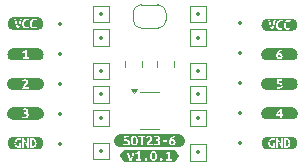
<source format=gto>
%TF.GenerationSoftware,KiCad,Pcbnew,8.0.3*%
%TF.CreationDate,2024-08-04T06:55:43+12:00*%
%TF.ProjectId,sot23-6,736f7432-332d-4362-9e6b-696361645f70,rev?*%
%TF.SameCoordinates,Original*%
%TF.FileFunction,Legend,Top*%
%TF.FilePolarity,Positive*%
%FSLAX46Y46*%
G04 Gerber Fmt 4.6, Leading zero omitted, Abs format (unit mm)*
G04 Created by KiCad (PCBNEW 8.0.3) date 2024-08-04 06:55:43*
%MOMM*%
%LPD*%
G01*
G04 APERTURE LIST*
%ADD10C,0.000000*%
%ADD11C,0.120000*%
%ADD12C,0.350000*%
G04 APERTURE END LIST*
D10*
%TO.C,kibuzzard-66AE7B99*%
G36*
X-20477580Y-20600000D02*
G01*
X-20827679Y-21125148D01*
X-21096931Y-21125148D01*
X-22011955Y-21125148D01*
X-22659451Y-21125148D01*
X-23304362Y-21125148D01*
X-23681745Y-21125148D01*
X-24670436Y-21125148D01*
X-24903069Y-21125148D01*
X-25172321Y-21125148D01*
X-25522420Y-20600000D01*
X-25384563Y-20393215D01*
X-24903069Y-20393215D01*
X-24875565Y-20483158D01*
X-24847334Y-20569467D01*
X-24818376Y-20652141D01*
X-24788691Y-20731179D01*
X-24748842Y-20829761D01*
X-24709424Y-20919584D01*
X-24670436Y-21000646D01*
X-24537318Y-21000646D01*
X-24497684Y-20919584D01*
X-24456327Y-20829761D01*
X-24413247Y-20731179D01*
X-24381018Y-20652141D01*
X-24350242Y-20569467D01*
X-24320921Y-20483158D01*
X-24293053Y-20393215D01*
X-24454604Y-20393215D01*
X-24468013Y-20443942D01*
X-24484976Y-20497900D01*
X-24504039Y-20553635D01*
X-24523748Y-20609693D01*
X-24543942Y-20665105D01*
X-24564459Y-20718901D01*
X-24601939Y-20815832D01*
X-24637480Y-20718901D01*
X-24656058Y-20665105D01*
X-24674313Y-20609693D01*
X-24691922Y-20553635D01*
X-24708562Y-20497900D01*
X-24723586Y-20443942D01*
X-24736349Y-20393215D01*
X-24903069Y-20393215D01*
X-25384563Y-20393215D01*
X-25367331Y-20367367D01*
X-24212924Y-20367367D01*
X-24161228Y-20499192D01*
X-24082391Y-20467528D01*
X-23999677Y-20421648D01*
X-23999677Y-20868821D01*
X-24167690Y-20868821D01*
X-24167690Y-21000646D01*
X-23681745Y-21000646D01*
X-23681745Y-20898546D01*
X-23420679Y-20898546D01*
X-23410985Y-20948304D01*
X-23385137Y-20984491D01*
X-23348304Y-21007108D01*
X-23304362Y-21014863D01*
X-23224233Y-20985137D01*
X-23189338Y-20898546D01*
X-23224233Y-20814540D01*
X-23304362Y-20784814D01*
X-23348304Y-20792569D01*
X-23385137Y-20814540D01*
X-23410985Y-20850081D01*
X-23420679Y-20898546D01*
X-23681745Y-20898546D01*
X-23681745Y-20868821D01*
X-23840711Y-20868821D01*
X-23840711Y-20598708D01*
X-22937318Y-20598708D01*
X-22932876Y-20697900D01*
X-22919548Y-20783522D01*
X-22897334Y-20855574D01*
X-22866236Y-20914055D01*
X-22811668Y-20971495D01*
X-22742739Y-21005959D01*
X-22659451Y-21017447D01*
X-22576162Y-21005959D01*
X-22507234Y-20971495D01*
X-22452666Y-20914055D01*
X-22444419Y-20898546D01*
X-22128271Y-20898546D01*
X-22118578Y-20948304D01*
X-22092730Y-20984491D01*
X-22055897Y-21007108D01*
X-22011955Y-21014863D01*
X-21931826Y-20985137D01*
X-21896931Y-20898546D01*
X-21931826Y-20814540D01*
X-22011955Y-20784814D01*
X-22055897Y-20792569D01*
X-22092730Y-20814540D01*
X-22118578Y-20850081D01*
X-22128271Y-20898546D01*
X-22444419Y-20898546D01*
X-22421567Y-20855574D01*
X-22399354Y-20783522D01*
X-22386026Y-20697900D01*
X-22381583Y-20598708D01*
X-22386026Y-20500121D01*
X-22399354Y-20415024D01*
X-22414138Y-20367367D01*
X-21628110Y-20367367D01*
X-21576414Y-20499192D01*
X-21497577Y-20467528D01*
X-21414863Y-20421648D01*
X-21414863Y-20868821D01*
X-21582876Y-20868821D01*
X-21582876Y-21000646D01*
X-21096931Y-21000646D01*
X-21096931Y-20868821D01*
X-21255897Y-20868821D01*
X-21255897Y-20200646D01*
X-21364459Y-20200646D01*
X-21420032Y-20251050D01*
X-21488530Y-20297577D01*
X-21560905Y-20337641D01*
X-21628110Y-20367367D01*
X-22414138Y-20367367D01*
X-22421567Y-20343417D01*
X-22452666Y-20285299D01*
X-22507234Y-20228218D01*
X-22576162Y-20193969D01*
X-22659451Y-20182553D01*
X-22741447Y-20194041D01*
X-22809944Y-20228505D01*
X-22864943Y-20285945D01*
X-22896607Y-20344265D01*
X-22919225Y-20415832D01*
X-22932795Y-20500646D01*
X-22937318Y-20598708D01*
X-23840711Y-20598708D01*
X-23840711Y-20200646D01*
X-23949273Y-20200646D01*
X-24004847Y-20251050D01*
X-24073344Y-20297577D01*
X-24145719Y-20337641D01*
X-24212924Y-20367367D01*
X-25367331Y-20367367D01*
X-25172321Y-20074852D01*
X-24903069Y-20074852D01*
X-21096931Y-20074852D01*
X-20827679Y-20074852D01*
X-20477580Y-20600000D01*
G37*
G36*
X-22601454Y-20336187D02*
G01*
X-22559289Y-20389984D01*
X-22540262Y-20445055D01*
X-22528846Y-20514629D01*
X-22525040Y-20598708D01*
X-22528846Y-20683504D01*
X-22540262Y-20753509D01*
X-22559289Y-20808724D01*
X-22601454Y-20862520D01*
X-22658158Y-20880053D01*
X-22659451Y-20880452D01*
X-22716640Y-20862520D01*
X-22758966Y-20808724D01*
X-22778352Y-20753509D01*
X-22789984Y-20683504D01*
X-22793861Y-20598708D01*
X-22793265Y-20585784D01*
X-22730533Y-20585784D01*
X-22711147Y-20645880D01*
X-22658158Y-20671082D01*
X-22607108Y-20645880D01*
X-22587076Y-20585784D01*
X-22607108Y-20525040D01*
X-22658158Y-20499192D01*
X-22711147Y-20525040D01*
X-22730533Y-20585784D01*
X-22793265Y-20585784D01*
X-22789984Y-20514629D01*
X-22778352Y-20445055D01*
X-22758966Y-20389984D01*
X-22716640Y-20336187D01*
X-22659451Y-20318255D01*
X-22601454Y-20336187D01*
G37*
D11*
%TO.C,TP105*%
X-27800000Y-12700000D02*
X-26400000Y-12700000D01*
X-27800000Y-14100000D02*
X-27800000Y-12700000D01*
X-26400000Y-12700000D02*
X-26400000Y-14100000D01*
X-26400000Y-14100000D02*
X-27800000Y-14100000D01*
%TO.C,C101*%
X-25095000Y-12538748D02*
X-25095000Y-13061252D01*
X-23625000Y-12538748D02*
X-23625000Y-13061252D01*
D10*
%TO.C,kibuzzard-66A68BCE*%
G36*
X-32815024Y-19252504D02*
G01*
X-32762036Y-19312601D01*
X-32734895Y-19399192D01*
X-32727141Y-19500000D01*
X-32729564Y-19557027D01*
X-32736834Y-19609208D01*
X-32769144Y-19695153D01*
X-32828595Y-19752019D01*
X-32919709Y-19772698D01*
X-32933926Y-19772698D01*
X-32948142Y-19771405D01*
X-32948142Y-19233764D01*
X-32924879Y-19230533D01*
X-32901616Y-19229887D01*
X-32815024Y-19252504D01*
G37*
G36*
X-32409288Y-18984942D02*
G01*
X-32310774Y-19014826D01*
X-32219983Y-19063355D01*
X-32140404Y-19128664D01*
X-32075095Y-19208243D01*
X-32026566Y-19299035D01*
X-31996682Y-19397549D01*
X-31986591Y-19500000D01*
X-31996682Y-19602451D01*
X-32026566Y-19700965D01*
X-32075095Y-19791757D01*
X-32140404Y-19871336D01*
X-32219983Y-19936645D01*
X-32310774Y-19985174D01*
X-32409288Y-20015058D01*
X-32511739Y-20025148D01*
X-32565590Y-20025148D01*
X-32936511Y-20025148D01*
X-33364297Y-20025148D01*
X-34107431Y-20025148D01*
X-34434410Y-20025148D01*
X-34488261Y-20025148D01*
X-34590712Y-20015058D01*
X-34689226Y-19985174D01*
X-34780017Y-19936645D01*
X-34859596Y-19871336D01*
X-34924905Y-19791757D01*
X-34973434Y-19700965D01*
X-35003318Y-19602451D01*
X-35013409Y-19500000D01*
X-34434410Y-19500000D01*
X-34428595Y-19597092D01*
X-34411147Y-19681583D01*
X-34383037Y-19753312D01*
X-34345234Y-19812116D01*
X-34298223Y-19857997D01*
X-34242488Y-19890953D01*
X-34178675Y-19910824D01*
X-34107431Y-19917447D01*
X-34028433Y-19914216D01*
X-33962036Y-19904523D01*
X-33947282Y-19900646D01*
X-33763651Y-19900646D01*
X-33620194Y-19900646D01*
X-33620194Y-19369467D01*
X-33572159Y-19458140D01*
X-33526279Y-19546670D01*
X-33482553Y-19635057D01*
X-33440980Y-19723443D01*
X-33401562Y-19811973D01*
X-33364297Y-19900646D01*
X-33236349Y-19900646D01*
X-33236349Y-19110985D01*
X-33107108Y-19110985D01*
X-33107108Y-19891599D01*
X-33019871Y-19906462D01*
X-32936511Y-19910985D01*
X-32858481Y-19905331D01*
X-32787237Y-19888368D01*
X-32724071Y-19859128D01*
X-32670275Y-19816640D01*
X-32626494Y-19760258D01*
X-32593376Y-19689338D01*
X-32572536Y-19602908D01*
X-32565590Y-19500000D01*
X-32571890Y-19399354D01*
X-32590792Y-19314540D01*
X-32621002Y-19244426D01*
X-32661228Y-19187884D01*
X-32711470Y-19144750D01*
X-32771729Y-19114863D01*
X-32840388Y-19097415D01*
X-32915832Y-19091599D01*
X-33005008Y-19095477D01*
X-33107108Y-19110985D01*
X-33236349Y-19110985D01*
X-33236349Y-19100646D01*
X-33379806Y-19100646D01*
X-33379806Y-19593053D01*
X-33402585Y-19542649D01*
X-33429564Y-19484491D01*
X-33459935Y-19421486D01*
X-33492892Y-19356543D01*
X-33527625Y-19290468D01*
X-33563328Y-19224071D01*
X-33599515Y-19159935D01*
X-33635703Y-19100646D01*
X-33763651Y-19100646D01*
X-33763651Y-19900646D01*
X-33947282Y-19900646D01*
X-33873506Y-19881260D01*
X-33873506Y-19481906D01*
X-34032472Y-19481906D01*
X-34032472Y-19773990D01*
X-34063489Y-19777868D01*
X-34094507Y-19779160D01*
X-34171729Y-19762197D01*
X-34227625Y-19711309D01*
X-34252755Y-19657674D01*
X-34267833Y-19587237D01*
X-34272859Y-19500000D01*
X-34270113Y-19440711D01*
X-34261874Y-19386914D01*
X-34225687Y-19299031D01*
X-34161712Y-19241519D01*
X-34066074Y-19220840D01*
X-33980775Y-19235057D01*
X-33910985Y-19267367D01*
X-33869628Y-19140711D01*
X-33896123Y-19125202D01*
X-33940711Y-19105816D01*
X-34004685Y-19089661D01*
X-34088045Y-19082553D01*
X-34158158Y-19089176D01*
X-34223748Y-19109047D01*
X-34282876Y-19142165D01*
X-34333603Y-19188530D01*
X-34375283Y-19247819D01*
X-34407270Y-19319709D01*
X-34427625Y-19403877D01*
X-34434410Y-19500000D01*
X-35013409Y-19500000D01*
X-35003318Y-19397549D01*
X-34973434Y-19299035D01*
X-34924905Y-19208243D01*
X-34859596Y-19128664D01*
X-34780017Y-19063355D01*
X-34689226Y-19014826D01*
X-34590712Y-18984942D01*
X-34488261Y-18974852D01*
X-34434410Y-18974852D01*
X-32565590Y-18974852D01*
X-32511739Y-18974852D01*
X-32409288Y-18984942D01*
G37*
D11*
%TO.C,TP102*%
X-27800000Y-9900000D02*
X-26400000Y-9900000D01*
X-27800000Y-11300000D02*
X-27800000Y-9900000D01*
X-26400000Y-9900000D02*
X-26400000Y-11300000D01*
X-26400000Y-11300000D02*
X-27800000Y-11300000D01*
%TO.C,TP103*%
X-19600000Y-9900000D02*
X-18200000Y-9900000D01*
X-19600000Y-11300000D02*
X-19600000Y-9900000D01*
X-18200000Y-9900000D02*
X-18200000Y-11300000D01*
X-18200000Y-11300000D02*
X-19600000Y-11300000D01*
%TO.C,TP104*%
X-19600000Y-7900000D02*
X-18200000Y-7900000D01*
X-19600000Y-9300000D02*
X-19600000Y-7900000D01*
X-18200000Y-7900000D02*
X-18200000Y-9300000D01*
X-18200000Y-9300000D02*
X-19600000Y-9300000D01*
%TO.C,TP107*%
X-27800000Y-16700000D02*
X-26400000Y-16700000D01*
X-27800000Y-18100000D02*
X-27800000Y-16700000D01*
X-26400000Y-16700000D02*
X-26400000Y-18100000D01*
X-26400000Y-18100000D02*
X-27800000Y-18100000D01*
%TO.C,U101*%
X-23000000Y-15190000D02*
X-23800000Y-15190000D01*
X-23000000Y-15190000D02*
X-22200000Y-15190000D01*
X-23000000Y-18310000D02*
X-23800000Y-18310000D01*
X-23000000Y-18310000D02*
X-22200000Y-18310000D01*
X-24300000Y-15240000D02*
X-24540000Y-14910000D01*
X-24060000Y-14910000D01*
X-24300000Y-15240000D01*
G36*
X-24300000Y-15240000D02*
G01*
X-24540000Y-14910000D01*
X-24060000Y-14910000D01*
X-24300000Y-15240000D01*
G37*
%TO.C,TP108*%
X-19600000Y-16700000D02*
X-18200000Y-16700000D01*
X-19600000Y-18100000D02*
X-19600000Y-16700000D01*
X-18200000Y-16700000D02*
X-18200000Y-18100000D01*
X-18200000Y-18100000D02*
X-19600000Y-18100000D01*
D10*
%TO.C,kibuzzard-66A68B20*%
G36*
X-32402826Y-8884942D02*
G01*
X-32304312Y-8914826D01*
X-32213521Y-8963355D01*
X-32133942Y-9028664D01*
X-32068633Y-9108243D01*
X-32020104Y-9199035D01*
X-31990220Y-9297549D01*
X-31980129Y-9400000D01*
X-31990220Y-9502451D01*
X-32020104Y-9600965D01*
X-32068633Y-9691757D01*
X-32133942Y-9771336D01*
X-32213521Y-9836645D01*
X-32304312Y-9885174D01*
X-32402826Y-9915058D01*
X-32505277Y-9925148D01*
X-32559128Y-9925148D01*
X-32782714Y-9925148D01*
X-33428918Y-9925148D01*
X-34217286Y-9925148D01*
X-34440872Y-9925148D01*
X-34494723Y-9925148D01*
X-34597174Y-9915058D01*
X-34695688Y-9885174D01*
X-34786479Y-9836645D01*
X-34866058Y-9771336D01*
X-34931367Y-9691757D01*
X-34979896Y-9600965D01*
X-35009780Y-9502451D01*
X-35019871Y-9400000D01*
X-35009780Y-9297549D01*
X-34979896Y-9199035D01*
X-34931367Y-9108243D01*
X-34866058Y-9028664D01*
X-34831918Y-9000646D01*
X-34440872Y-9000646D01*
X-34426010Y-9073021D01*
X-34404685Y-9163489D01*
X-34387596Y-9231197D01*
X-34369072Y-9301633D01*
X-34349111Y-9374798D01*
X-34328002Y-9449399D01*
X-34306031Y-9524143D01*
X-34283199Y-9599031D01*
X-34249273Y-9705654D01*
X-34217286Y-9800646D01*
X-34053150Y-9800646D01*
X-34028451Y-9731790D01*
X-34004326Y-9661353D01*
X-33980775Y-9589338D01*
X-33958158Y-9516963D01*
X-33936834Y-9445450D01*
X-33923947Y-9400000D01*
X-33776575Y-9400000D01*
X-33771002Y-9494426D01*
X-33754281Y-9577383D01*
X-33726414Y-9648869D01*
X-33687399Y-9708885D01*
X-33619045Y-9769198D01*
X-33532885Y-9805385D01*
X-33428918Y-9817447D01*
X-33358320Y-9813086D01*
X-33296446Y-9800000D01*
X-33205331Y-9761874D01*
X-33245396Y-9636511D01*
X-33310662Y-9664943D01*
X-33413409Y-9679160D01*
X-33505654Y-9660905D01*
X-33567851Y-9606139D01*
X-33594059Y-9550350D01*
X-33609783Y-9480345D01*
X-33614783Y-9400000D01*
X-33130372Y-9400000D01*
X-33124798Y-9494426D01*
X-33108078Y-9577383D01*
X-33080210Y-9648869D01*
X-33041195Y-9708885D01*
X-32972841Y-9769198D01*
X-32886681Y-9805385D01*
X-32782714Y-9817447D01*
X-32712116Y-9813086D01*
X-32650242Y-9800000D01*
X-32559128Y-9761874D01*
X-32599192Y-9636511D01*
X-32664459Y-9664943D01*
X-32767205Y-9679160D01*
X-32859451Y-9660905D01*
X-32921648Y-9606139D01*
X-32947855Y-9550350D01*
X-32963579Y-9480345D01*
X-32968821Y-9396123D01*
X-32964459Y-9323748D01*
X-32951373Y-9264297D01*
X-32906139Y-9179645D01*
X-32842811Y-9134410D01*
X-32769790Y-9120840D01*
X-32673506Y-9134410D01*
X-32601777Y-9167367D01*
X-32560420Y-9040711D01*
X-32586914Y-9025202D01*
X-32630210Y-9005816D01*
X-32690307Y-8989661D01*
X-32767205Y-8982553D01*
X-32842973Y-8989499D01*
X-32912601Y-9010339D01*
X-32974636Y-9044588D01*
X-33027625Y-9091761D01*
X-33070759Y-9151373D01*
X-33103231Y-9222940D01*
X-33123586Y-9305977D01*
X-33130372Y-9400000D01*
X-33614783Y-9400000D01*
X-33615024Y-9396123D01*
X-33610662Y-9323748D01*
X-33597577Y-9264297D01*
X-33552342Y-9179645D01*
X-33489015Y-9134410D01*
X-33415994Y-9120840D01*
X-33319709Y-9134410D01*
X-33247981Y-9167367D01*
X-33206624Y-9040711D01*
X-33233118Y-9025202D01*
X-33276414Y-9005816D01*
X-33336510Y-8989661D01*
X-33413409Y-8982553D01*
X-33489176Y-8989499D01*
X-33558805Y-9010339D01*
X-33620840Y-9044588D01*
X-33673829Y-9091761D01*
X-33716963Y-9151373D01*
X-33749435Y-9222940D01*
X-33769790Y-9305977D01*
X-33776575Y-9400000D01*
X-33923947Y-9400000D01*
X-33916801Y-9374798D01*
X-33889338Y-9271890D01*
X-33865105Y-9173829D01*
X-33844265Y-9082714D01*
X-33826979Y-9000646D01*
X-33993700Y-9000646D01*
X-34005331Y-9067851D01*
X-34019548Y-9145396D01*
X-34035703Y-9229241D01*
X-34053150Y-9315347D01*
X-34071890Y-9401939D01*
X-34091922Y-9487237D01*
X-34112601Y-9567205D01*
X-34133279Y-9637803D01*
X-34154120Y-9566236D01*
X-34175283Y-9485945D01*
X-34195961Y-9400646D01*
X-34215347Y-9314055D01*
X-34233279Y-9228110D01*
X-34249596Y-9144750D01*
X-34263166Y-9067690D01*
X-34272859Y-9000646D01*
X-34440872Y-9000646D01*
X-34831918Y-9000646D01*
X-34786479Y-8963355D01*
X-34695688Y-8914826D01*
X-34597174Y-8884942D01*
X-34494723Y-8874852D01*
X-34440872Y-8874852D01*
X-32559128Y-8874852D01*
X-32505277Y-8874852D01*
X-32402826Y-8884942D01*
G37*
D11*
%TO.C,TP110*%
X-19600000Y-12700000D02*
X-18200000Y-12700000D01*
X-19600000Y-14100000D02*
X-19600000Y-12700000D01*
X-18200000Y-12700000D02*
X-18200000Y-14100000D01*
X-18200000Y-14100000D02*
X-19600000Y-14100000D01*
D10*
%TO.C,kibuzzard-66A68C60*%
G36*
X-10879174Y-13993816D02*
G01*
X-10782357Y-14023185D01*
X-10693130Y-14070878D01*
X-10614921Y-14135061D01*
X-10550738Y-14213270D01*
X-10503045Y-14302497D01*
X-10473676Y-14399314D01*
X-10463759Y-14500000D01*
X-10473676Y-14600686D01*
X-10503045Y-14697503D01*
X-10550738Y-14786730D01*
X-10614921Y-14864939D01*
X-10693130Y-14929122D01*
X-10782357Y-14976815D01*
X-10879174Y-15006184D01*
X-10979860Y-15016101D01*
X-11733764Y-15016101D01*
X-12050404Y-15016101D01*
X-12266236Y-15016101D01*
X-13020140Y-15016101D01*
X-13120826Y-15006184D01*
X-13217643Y-14976815D01*
X-13306870Y-14929122D01*
X-13382514Y-14867044D01*
X-12266236Y-14867044D01*
X-12229402Y-14881260D01*
X-12175767Y-14894830D01*
X-12113732Y-14904523D01*
X-12050404Y-14908401D01*
X-11976414Y-14903554D01*
X-11912116Y-14889015D01*
X-11857512Y-14865751D01*
X-11812601Y-14834733D01*
X-11753150Y-14752666D01*
X-11733764Y-14649919D01*
X-11742524Y-14574960D01*
X-11768803Y-14512062D01*
X-11812601Y-14461228D01*
X-11874206Y-14422743D01*
X-11953904Y-14396895D01*
X-12051696Y-14383683D01*
X-12045234Y-14310016D01*
X-12038772Y-14223425D01*
X-11763489Y-14223425D01*
X-11763489Y-14091599D01*
X-12171890Y-14091599D01*
X-12176737Y-14190307D01*
X-12183522Y-14292569D01*
X-12192569Y-14397738D01*
X-12204200Y-14505170D01*
X-12115347Y-14507916D01*
X-12045234Y-14516155D01*
X-11951535Y-14547173D01*
X-11907593Y-14594992D01*
X-11896607Y-14656381D01*
X-11903069Y-14699031D01*
X-11926979Y-14735864D01*
X-11974798Y-14762359D01*
X-12051696Y-14772698D01*
X-12112116Y-14769790D01*
X-12161551Y-14761066D01*
X-12233926Y-14735218D01*
X-12266236Y-14867044D01*
X-13382514Y-14867044D01*
X-13385079Y-14864939D01*
X-13449262Y-14786730D01*
X-13496955Y-14697503D01*
X-13526324Y-14600686D01*
X-13536241Y-14500000D01*
X-13526324Y-14399314D01*
X-13496955Y-14302497D01*
X-13449262Y-14213270D01*
X-13385079Y-14135061D01*
X-13306870Y-14070878D01*
X-13217643Y-14023185D01*
X-13120826Y-13993816D01*
X-13020140Y-13983899D01*
X-12266236Y-13983899D01*
X-11733764Y-13983899D01*
X-10979860Y-13983899D01*
X-10879174Y-13993816D01*
G37*
%TO.C,kibuzzard-66A68B20*%
G36*
X-10902826Y-8984942D02*
G01*
X-10804312Y-9014826D01*
X-10713521Y-9063355D01*
X-10633942Y-9128664D01*
X-10568633Y-9208243D01*
X-10520104Y-9299035D01*
X-10490220Y-9397549D01*
X-10480129Y-9500000D01*
X-10490220Y-9602451D01*
X-10520104Y-9700965D01*
X-10568633Y-9791757D01*
X-10633942Y-9871336D01*
X-10713521Y-9936645D01*
X-10804312Y-9985174D01*
X-10902826Y-10015058D01*
X-11005277Y-10025148D01*
X-11059128Y-10025148D01*
X-11282714Y-10025148D01*
X-11928918Y-10025148D01*
X-12717286Y-10025148D01*
X-12940872Y-10025148D01*
X-12994723Y-10025148D01*
X-13097174Y-10015058D01*
X-13195688Y-9985174D01*
X-13286479Y-9936645D01*
X-13366058Y-9871336D01*
X-13431367Y-9791757D01*
X-13479896Y-9700965D01*
X-13509780Y-9602451D01*
X-13519871Y-9500000D01*
X-13509780Y-9397549D01*
X-13479896Y-9299035D01*
X-13431367Y-9208243D01*
X-13366058Y-9128664D01*
X-13331918Y-9100646D01*
X-12940872Y-9100646D01*
X-12926010Y-9173021D01*
X-12904685Y-9263489D01*
X-12887596Y-9331197D01*
X-12869072Y-9401633D01*
X-12849111Y-9474798D01*
X-12828002Y-9549399D01*
X-12806031Y-9624143D01*
X-12783199Y-9699031D01*
X-12749273Y-9805654D01*
X-12717286Y-9900646D01*
X-12553150Y-9900646D01*
X-12528451Y-9831790D01*
X-12504326Y-9761353D01*
X-12480775Y-9689338D01*
X-12458158Y-9616963D01*
X-12436834Y-9545450D01*
X-12423947Y-9500000D01*
X-12276575Y-9500000D01*
X-12271002Y-9594426D01*
X-12254281Y-9677383D01*
X-12226414Y-9748869D01*
X-12187399Y-9808885D01*
X-12119045Y-9869198D01*
X-12032885Y-9905385D01*
X-11928918Y-9917447D01*
X-11858320Y-9913086D01*
X-11796446Y-9900000D01*
X-11705331Y-9861874D01*
X-11745396Y-9736511D01*
X-11810662Y-9764943D01*
X-11913409Y-9779160D01*
X-12005654Y-9760905D01*
X-12067851Y-9706139D01*
X-12094059Y-9650350D01*
X-12109783Y-9580345D01*
X-12114783Y-9500000D01*
X-11630372Y-9500000D01*
X-11624798Y-9594426D01*
X-11608078Y-9677383D01*
X-11580210Y-9748869D01*
X-11541195Y-9808885D01*
X-11472841Y-9869198D01*
X-11386681Y-9905385D01*
X-11282714Y-9917447D01*
X-11212116Y-9913086D01*
X-11150242Y-9900000D01*
X-11059128Y-9861874D01*
X-11099192Y-9736511D01*
X-11164459Y-9764943D01*
X-11267205Y-9779160D01*
X-11359451Y-9760905D01*
X-11421648Y-9706139D01*
X-11447855Y-9650350D01*
X-11463579Y-9580345D01*
X-11468821Y-9496123D01*
X-11464459Y-9423748D01*
X-11451373Y-9364297D01*
X-11406139Y-9279645D01*
X-11342811Y-9234410D01*
X-11269790Y-9220840D01*
X-11173506Y-9234410D01*
X-11101777Y-9267367D01*
X-11060420Y-9140711D01*
X-11086914Y-9125202D01*
X-11130210Y-9105816D01*
X-11190307Y-9089661D01*
X-11267205Y-9082553D01*
X-11342973Y-9089499D01*
X-11412601Y-9110339D01*
X-11474636Y-9144588D01*
X-11527625Y-9191761D01*
X-11570759Y-9251373D01*
X-11603231Y-9322940D01*
X-11623586Y-9405977D01*
X-11630372Y-9500000D01*
X-12114783Y-9500000D01*
X-12115024Y-9496123D01*
X-12110662Y-9423748D01*
X-12097577Y-9364297D01*
X-12052342Y-9279645D01*
X-11989015Y-9234410D01*
X-11915994Y-9220840D01*
X-11819709Y-9234410D01*
X-11747981Y-9267367D01*
X-11706624Y-9140711D01*
X-11733118Y-9125202D01*
X-11776414Y-9105816D01*
X-11836510Y-9089661D01*
X-11913409Y-9082553D01*
X-11989176Y-9089499D01*
X-12058805Y-9110339D01*
X-12120840Y-9144588D01*
X-12173829Y-9191761D01*
X-12216963Y-9251373D01*
X-12249435Y-9322940D01*
X-12269790Y-9405977D01*
X-12276575Y-9500000D01*
X-12423947Y-9500000D01*
X-12416801Y-9474798D01*
X-12389338Y-9371890D01*
X-12365105Y-9273829D01*
X-12344265Y-9182714D01*
X-12326979Y-9100646D01*
X-12493700Y-9100646D01*
X-12505331Y-9167851D01*
X-12519548Y-9245396D01*
X-12535703Y-9329241D01*
X-12553150Y-9415347D01*
X-12571890Y-9501939D01*
X-12591922Y-9587237D01*
X-12612601Y-9667205D01*
X-12633279Y-9737803D01*
X-12654120Y-9666236D01*
X-12675283Y-9585945D01*
X-12695961Y-9500646D01*
X-12715347Y-9414055D01*
X-12733279Y-9328110D01*
X-12749596Y-9244750D01*
X-12763166Y-9167690D01*
X-12772859Y-9100646D01*
X-12940872Y-9100646D01*
X-13331918Y-9100646D01*
X-13286479Y-9063355D01*
X-13195688Y-9014826D01*
X-13097174Y-8984942D01*
X-12994723Y-8974852D01*
X-12940872Y-8974852D01*
X-11059128Y-8974852D01*
X-11005277Y-8974852D01*
X-10902826Y-8984942D01*
G37*
D11*
%TO.C,TP111*%
X-27800000Y-19500000D02*
X-26400000Y-19500000D01*
X-27800000Y-20900000D02*
X-27800000Y-19500000D01*
X-26400000Y-19500000D02*
X-26400000Y-20900000D01*
X-26400000Y-20900000D02*
X-27800000Y-20900000D01*
%TO.C,TP109*%
X-19600000Y-14700000D02*
X-18200000Y-14700000D01*
X-19600000Y-16100000D02*
X-19600000Y-14700000D01*
X-18200000Y-14700000D02*
X-18200000Y-16100000D01*
X-18200000Y-16100000D02*
X-19600000Y-16100000D01*
D10*
%TO.C,kibuzzard-66A68C2F*%
G36*
X-32381459Y-11502055D02*
G01*
X-32286218Y-11530946D01*
X-32198443Y-11577862D01*
X-32121508Y-11641001D01*
X-32058369Y-11717937D01*
X-32011452Y-11805711D01*
X-31982561Y-11900953D01*
X-31972806Y-12000000D01*
X-31982561Y-12099047D01*
X-32011452Y-12194289D01*
X-32058369Y-12282063D01*
X-32121508Y-12358999D01*
X-32198443Y-12422138D01*
X-32286218Y-12469054D01*
X-32381459Y-12497945D01*
X-32480506Y-12507701D01*
X-33234410Y-12507701D01*
X-33765590Y-12507701D01*
X-34519494Y-12507701D01*
X-34618541Y-12497945D01*
X-34713782Y-12469054D01*
X-34801557Y-12422138D01*
X-34878492Y-12358999D01*
X-34941631Y-12282063D01*
X-34988548Y-12194289D01*
X-35017439Y-12099047D01*
X-35027194Y-12000000D01*
X-35017439Y-11900953D01*
X-34988548Y-11805711D01*
X-34967707Y-11766721D01*
X-33765590Y-11766721D01*
X-33713893Y-11898546D01*
X-33635057Y-11866882D01*
X-33552342Y-11821002D01*
X-33552342Y-12268174D01*
X-33720355Y-12268174D01*
X-33720355Y-12400000D01*
X-33234410Y-12400000D01*
X-33234410Y-12268174D01*
X-33393376Y-12268174D01*
X-33393376Y-11600000D01*
X-33501939Y-11600000D01*
X-33557512Y-11650404D01*
X-33626010Y-11696931D01*
X-33698384Y-11736995D01*
X-33765590Y-11766721D01*
X-34967707Y-11766721D01*
X-34941631Y-11717937D01*
X-34878492Y-11641001D01*
X-34801557Y-11577862D01*
X-34713782Y-11530946D01*
X-34618541Y-11502055D01*
X-34519494Y-11492299D01*
X-33765590Y-11492299D01*
X-33234410Y-11492299D01*
X-32480506Y-11492299D01*
X-32381459Y-11502055D01*
G37*
%TO.C,kibuzzard-66A68C47*%
G36*
X-32378701Y-16484942D02*
G01*
X-32280187Y-16514826D01*
X-32189396Y-16563355D01*
X-32109817Y-16628664D01*
X-32044508Y-16708243D01*
X-31995979Y-16799035D01*
X-31966095Y-16897549D01*
X-31956004Y-17000000D01*
X-31966095Y-17102451D01*
X-31995979Y-17200965D01*
X-32044508Y-17291757D01*
X-32109817Y-17371336D01*
X-32189396Y-17436645D01*
X-32280187Y-17485174D01*
X-32378701Y-17515058D01*
X-32481152Y-17525148D01*
X-33235057Y-17525148D01*
X-33542649Y-17525148D01*
X-33764943Y-17525148D01*
X-34518848Y-17525148D01*
X-34621299Y-17515058D01*
X-34719813Y-17485174D01*
X-34810604Y-17436645D01*
X-34887539Y-17373506D01*
X-33764943Y-17373506D01*
X-33724879Y-17387722D01*
X-33668659Y-17401939D01*
X-33605331Y-17412924D01*
X-33542649Y-17417447D01*
X-33468013Y-17412763D01*
X-33404362Y-17398708D01*
X-33351373Y-17376090D01*
X-33308724Y-17345719D01*
X-33253150Y-17264943D01*
X-33235057Y-17162843D01*
X-33243619Y-17097900D01*
X-33269305Y-17042649D01*
X-33310501Y-16998384D01*
X-33365590Y-16966397D01*
X-33293215Y-16899192D01*
X-33266074Y-16807431D01*
X-33281583Y-16718255D01*
X-33329402Y-16646527D01*
X-33411470Y-16599354D01*
X-33465590Y-16586753D01*
X-33528433Y-16582553D01*
X-33597092Y-16588530D01*
X-33658320Y-16606462D01*
X-33750727Y-16653635D01*
X-33693861Y-16769952D01*
X-33616963Y-16733118D01*
X-33527141Y-16718255D01*
X-33454120Y-16743457D01*
X-33427625Y-16812601D01*
X-33439903Y-16861712D01*
X-33471567Y-16892730D01*
X-33515509Y-16909532D01*
X-33564620Y-16914701D01*
X-33624071Y-16914701D01*
X-33624071Y-17046527D01*
X-33574960Y-17046527D01*
X-33504200Y-17052827D01*
X-33447011Y-17071729D01*
X-33409208Y-17106462D01*
X-33396607Y-17160258D01*
X-33429564Y-17246850D01*
X-33474637Y-17273021D01*
X-33543942Y-17281745D01*
X-33605170Y-17278191D01*
X-33657027Y-17267528D01*
X-33733926Y-17240388D01*
X-33764943Y-17373506D01*
X-34887539Y-17373506D01*
X-34890183Y-17371336D01*
X-34955492Y-17291757D01*
X-35004021Y-17200965D01*
X-35033905Y-17102451D01*
X-35043996Y-17000000D01*
X-35033905Y-16897549D01*
X-35004021Y-16799035D01*
X-34955492Y-16708243D01*
X-34890183Y-16628664D01*
X-34810604Y-16563355D01*
X-34719813Y-16514826D01*
X-34621299Y-16484942D01*
X-34518848Y-16474852D01*
X-33764943Y-16474852D01*
X-33235057Y-16474852D01*
X-32481152Y-16474852D01*
X-32378701Y-16484942D01*
G37*
%TO.C,kibuzzard-66A68C65*%
G36*
X-11955089Y-12022456D02*
G01*
X-11917932Y-12047173D01*
X-11890792Y-12140872D01*
X-11896607Y-12186107D01*
X-11914701Y-12228756D01*
X-11946365Y-12261066D01*
X-11992892Y-12273990D01*
X-12049111Y-12257835D01*
X-12084653Y-12214540D01*
X-12102746Y-12153150D01*
X-12107916Y-12081422D01*
X-12107270Y-12056866D01*
X-12105331Y-12033603D01*
X-12062682Y-12019386D01*
X-12012278Y-12014216D01*
X-11955089Y-12022456D01*
G37*
G36*
X-10880608Y-11491280D02*
G01*
X-10783306Y-11520797D01*
X-10693632Y-11568728D01*
X-10615032Y-11633234D01*
X-10550527Y-11711833D01*
X-10502595Y-11801507D01*
X-10473079Y-11898809D01*
X-10463113Y-12000000D01*
X-10473079Y-12101191D01*
X-10502595Y-12198493D01*
X-10550527Y-12288167D01*
X-10615032Y-12366766D01*
X-10693632Y-12431272D01*
X-10783306Y-12479203D01*
X-10880608Y-12508720D01*
X-10981799Y-12518686D01*
X-11735703Y-12518686D01*
X-11989015Y-12518686D01*
X-12264297Y-12518686D01*
X-13018201Y-12518686D01*
X-13119392Y-12508720D01*
X-13216694Y-12479203D01*
X-13306368Y-12431272D01*
X-13384968Y-12366766D01*
X-13449473Y-12288167D01*
X-13497405Y-12198493D01*
X-13526921Y-12101191D01*
X-13530268Y-12067205D01*
X-12264297Y-12067205D01*
X-12256471Y-12174834D01*
X-12232992Y-12261641D01*
X-12193861Y-12327625D01*
X-12139795Y-12373936D01*
X-12071513Y-12401723D01*
X-11989015Y-12410985D01*
X-11927625Y-12404685D01*
X-11875283Y-12385784D01*
X-11796446Y-12320517D01*
X-11750565Y-12232633D01*
X-11735703Y-12138288D01*
X-11749273Y-12040065D01*
X-11793861Y-11958643D01*
X-11873344Y-11903069D01*
X-11927141Y-11887561D01*
X-11991599Y-11882391D01*
X-12032956Y-11888207D01*
X-12080775Y-11904362D01*
X-12036187Y-11820355D01*
X-11964459Y-11765428D01*
X-11873990Y-11735057D01*
X-11773183Y-11724717D01*
X-11782229Y-11589015D01*
X-11885945Y-11596769D01*
X-11979968Y-11620032D01*
X-12062682Y-11658481D01*
X-12132472Y-11711793D01*
X-12188530Y-11779645D01*
X-12230048Y-11861712D01*
X-12255735Y-11957674D01*
X-12264297Y-12067205D01*
X-13530268Y-12067205D01*
X-13536887Y-12000000D01*
X-13526921Y-11898809D01*
X-13497405Y-11801507D01*
X-13449473Y-11711833D01*
X-13384968Y-11633234D01*
X-13306368Y-11568728D01*
X-13216694Y-11520797D01*
X-13119392Y-11491280D01*
X-13018201Y-11481314D01*
X-12264297Y-11481314D01*
X-11735703Y-11481314D01*
X-10981799Y-11481314D01*
X-10880608Y-11491280D01*
G37*
%TO.C,kibuzzard-66A68C5D*%
G36*
X-11956058Y-17080775D02*
G01*
X-12136995Y-17080775D01*
X-12098223Y-17007108D01*
X-12052342Y-16932795D01*
X-12003877Y-16862359D01*
X-11956058Y-16799031D01*
X-11956058Y-17080775D01*
G37*
G36*
X-10857549Y-16502055D02*
G01*
X-10762308Y-16530946D01*
X-10674533Y-16577862D01*
X-10597598Y-16641001D01*
X-10534459Y-16717937D01*
X-10487542Y-16805711D01*
X-10458651Y-16900953D01*
X-10448896Y-17000000D01*
X-10458651Y-17099047D01*
X-10487542Y-17194289D01*
X-10534459Y-17282063D01*
X-10597598Y-17358999D01*
X-10674533Y-17422138D01*
X-10762308Y-17469054D01*
X-10857549Y-17497945D01*
X-10956597Y-17507701D01*
X-11710501Y-17507701D01*
X-11797092Y-17507701D01*
X-12289499Y-17507701D01*
X-13043403Y-17507701D01*
X-13142451Y-17497945D01*
X-13237692Y-17469054D01*
X-13325467Y-17422138D01*
X-13402402Y-17358999D01*
X-13465541Y-17282063D01*
X-13512458Y-17194289D01*
X-13541349Y-17099047D01*
X-13541748Y-17094992D01*
X-12289499Y-17094992D01*
X-12289499Y-17211309D01*
X-11956058Y-17211309D01*
X-11956058Y-17400000D01*
X-11797092Y-17400000D01*
X-11797092Y-17211309D01*
X-11710501Y-17211309D01*
X-11710501Y-17080775D01*
X-11797092Y-17080775D01*
X-11797092Y-16600000D01*
X-11939257Y-16600000D01*
X-11990953Y-16655089D01*
X-12042649Y-16716963D01*
X-12093053Y-16782714D01*
X-12140872Y-16849435D01*
X-12185460Y-16915832D01*
X-12226171Y-16980614D01*
X-12261389Y-17041195D01*
X-12289499Y-17094992D01*
X-13541748Y-17094992D01*
X-13551104Y-17000000D01*
X-13541349Y-16900953D01*
X-13512458Y-16805711D01*
X-13465541Y-16717937D01*
X-13402402Y-16641001D01*
X-13325467Y-16577862D01*
X-13237692Y-16530946D01*
X-13142451Y-16502055D01*
X-13043403Y-16492299D01*
X-12289499Y-16492299D01*
X-11710501Y-16492299D01*
X-10956597Y-16492299D01*
X-10857549Y-16502055D01*
G37*
D11*
%TO.C,TP112*%
X-19600000Y-19600000D02*
X-18200000Y-19600000D01*
X-19600000Y-21000000D02*
X-19600000Y-19600000D01*
X-18200000Y-19600000D02*
X-18200000Y-21000000D01*
X-18200000Y-21000000D02*
X-19600000Y-21000000D01*
D10*
%TO.C,kibuzzard-66A68C43*%
G36*
X-32374524Y-13993182D02*
G01*
X-32277586Y-14022588D01*
X-32188247Y-14070340D01*
X-32109941Y-14134604D01*
X-32045677Y-14212911D01*
X-31997924Y-14302249D01*
X-31968518Y-14399188D01*
X-31958589Y-14500000D01*
X-31968518Y-14600812D01*
X-31997924Y-14697751D01*
X-32045677Y-14787089D01*
X-32109941Y-14865396D01*
X-32188247Y-14929660D01*
X-32277586Y-14977412D01*
X-32374524Y-15006818D01*
X-32475337Y-15016747D01*
X-33229241Y-15016747D01*
X-33770759Y-15016747D01*
X-34524663Y-15016747D01*
X-34625476Y-15006818D01*
X-34722414Y-14977412D01*
X-34811753Y-14929660D01*
X-34890059Y-14865396D01*
X-34954323Y-14787089D01*
X-35002076Y-14697751D01*
X-35031482Y-14600812D01*
X-35041411Y-14500000D01*
X-35031482Y-14399188D01*
X-35002076Y-14302249D01*
X-34954323Y-14212911D01*
X-34941209Y-14196931D01*
X-33770759Y-14196931D01*
X-33691922Y-14308078D01*
X-33610501Y-14247334D01*
X-33531664Y-14229241D01*
X-33456704Y-14255735D01*
X-33426979Y-14331341D01*
X-33450889Y-14399838D01*
X-33511632Y-14469628D01*
X-33549758Y-14506624D01*
X-33590468Y-14545234D01*
X-33631179Y-14586268D01*
X-33669305Y-14630533D01*
X-33702908Y-14678514D01*
X-33730048Y-14730695D01*
X-33747981Y-14787561D01*
X-33753958Y-14849596D01*
X-33754604Y-14876737D01*
X-33751373Y-14909047D01*
X-33229241Y-14909047D01*
X-33229241Y-14777221D01*
X-33573021Y-14777221D01*
X-33559451Y-14734572D01*
X-33526494Y-14688691D01*
X-33485137Y-14644750D01*
X-33446365Y-14607916D01*
X-33380452Y-14543296D01*
X-33322294Y-14473506D01*
X-33280937Y-14399192D01*
X-33265428Y-14319709D01*
X-33286107Y-14219548D01*
X-33341680Y-14147819D01*
X-33421809Y-14105170D01*
X-33516155Y-14090953D01*
X-33583522Y-14097415D01*
X-33651212Y-14116801D01*
X-33715024Y-14149758D01*
X-33770759Y-14196931D01*
X-34941209Y-14196931D01*
X-34890059Y-14134604D01*
X-34811753Y-14070340D01*
X-34722414Y-14022588D01*
X-34625476Y-13993182D01*
X-34524663Y-13983253D01*
X-33770759Y-13983253D01*
X-33229241Y-13983253D01*
X-32475337Y-13983253D01*
X-32374524Y-13993182D01*
G37*
%TO.C,kibuzzard-66A68BD4*%
G36*
X-11315024Y-19252504D02*
G01*
X-11262036Y-19312601D01*
X-11234895Y-19399192D01*
X-11227141Y-19500000D01*
X-11229564Y-19557027D01*
X-11236834Y-19609208D01*
X-11269144Y-19695153D01*
X-11328595Y-19752019D01*
X-11419709Y-19772698D01*
X-11433926Y-19772698D01*
X-11448142Y-19771405D01*
X-11448142Y-19233764D01*
X-11424879Y-19230533D01*
X-11401616Y-19229887D01*
X-11315024Y-19252504D01*
G37*
G36*
X-10909288Y-18984942D02*
G01*
X-10810774Y-19014826D01*
X-10719983Y-19063355D01*
X-10640404Y-19128664D01*
X-10575095Y-19208243D01*
X-10526566Y-19299035D01*
X-10496682Y-19397549D01*
X-10486591Y-19500000D01*
X-10496682Y-19602451D01*
X-10526566Y-19700965D01*
X-10575095Y-19791757D01*
X-10640404Y-19871336D01*
X-10719983Y-19936645D01*
X-10810774Y-19985174D01*
X-10909288Y-20015058D01*
X-11011739Y-20025148D01*
X-11065590Y-20025148D01*
X-11436511Y-20025148D01*
X-11864297Y-20025148D01*
X-12607431Y-20025148D01*
X-12934410Y-20025148D01*
X-12988261Y-20025148D01*
X-13090712Y-20015058D01*
X-13189226Y-19985174D01*
X-13280017Y-19936645D01*
X-13359596Y-19871336D01*
X-13424905Y-19791757D01*
X-13473434Y-19700965D01*
X-13503318Y-19602451D01*
X-13513409Y-19500000D01*
X-12934410Y-19500000D01*
X-12928595Y-19597092D01*
X-12911147Y-19681583D01*
X-12883037Y-19753312D01*
X-12845234Y-19812116D01*
X-12798223Y-19857997D01*
X-12742488Y-19890953D01*
X-12678675Y-19910824D01*
X-12607431Y-19917447D01*
X-12528433Y-19914216D01*
X-12462036Y-19904523D01*
X-12447282Y-19900646D01*
X-12263651Y-19900646D01*
X-12120194Y-19900646D01*
X-12120194Y-19369467D01*
X-12072159Y-19458140D01*
X-12026279Y-19546670D01*
X-11982553Y-19635057D01*
X-11940980Y-19723443D01*
X-11901562Y-19811973D01*
X-11864297Y-19900646D01*
X-11736349Y-19900646D01*
X-11736349Y-19110985D01*
X-11607108Y-19110985D01*
X-11607108Y-19891599D01*
X-11519871Y-19906462D01*
X-11436511Y-19910985D01*
X-11358481Y-19905331D01*
X-11287237Y-19888368D01*
X-11224071Y-19859128D01*
X-11170275Y-19816640D01*
X-11126494Y-19760258D01*
X-11093376Y-19689338D01*
X-11072536Y-19602908D01*
X-11065590Y-19500000D01*
X-11071890Y-19399354D01*
X-11090792Y-19314540D01*
X-11121002Y-19244426D01*
X-11161228Y-19187884D01*
X-11211470Y-19144750D01*
X-11271729Y-19114863D01*
X-11340388Y-19097415D01*
X-11415832Y-19091599D01*
X-11505008Y-19095477D01*
X-11607108Y-19110985D01*
X-11736349Y-19110985D01*
X-11736349Y-19100646D01*
X-11879806Y-19100646D01*
X-11879806Y-19593053D01*
X-11902585Y-19542649D01*
X-11929564Y-19484491D01*
X-11959935Y-19421486D01*
X-11992892Y-19356543D01*
X-12027625Y-19290468D01*
X-12063328Y-19224071D01*
X-12099515Y-19159935D01*
X-12135703Y-19100646D01*
X-12263651Y-19100646D01*
X-12263651Y-19900646D01*
X-12447282Y-19900646D01*
X-12373506Y-19881260D01*
X-12373506Y-19481906D01*
X-12532472Y-19481906D01*
X-12532472Y-19773990D01*
X-12563489Y-19777868D01*
X-12594507Y-19779160D01*
X-12671729Y-19762197D01*
X-12727625Y-19711309D01*
X-12752755Y-19657674D01*
X-12767833Y-19587237D01*
X-12772859Y-19500000D01*
X-12770113Y-19440711D01*
X-12761874Y-19386914D01*
X-12725687Y-19299031D01*
X-12661712Y-19241519D01*
X-12566074Y-19220840D01*
X-12480775Y-19235057D01*
X-12410985Y-19267367D01*
X-12369628Y-19140711D01*
X-12396123Y-19125202D01*
X-12440711Y-19105816D01*
X-12504685Y-19089661D01*
X-12588045Y-19082553D01*
X-12658158Y-19089176D01*
X-12723748Y-19109047D01*
X-12782876Y-19142165D01*
X-12833603Y-19188530D01*
X-12875283Y-19247819D01*
X-12907270Y-19319709D01*
X-12927625Y-19403877D01*
X-12934410Y-19500000D01*
X-13513409Y-19500000D01*
X-13503318Y-19397549D01*
X-13473434Y-19299035D01*
X-13424905Y-19208243D01*
X-13359596Y-19128664D01*
X-13280017Y-19063355D01*
X-13189226Y-19014826D01*
X-13090712Y-18984942D01*
X-12988261Y-18974852D01*
X-12934410Y-18974852D01*
X-11065590Y-18974852D01*
X-11011739Y-18974852D01*
X-10909288Y-18984942D01*
G37*
%TO.C,kibuzzard-66A29686*%
G36*
X-21012601Y-19328918D02*
G01*
X-20975444Y-19353635D01*
X-20948304Y-19447334D01*
X-20954120Y-19492569D01*
X-20972213Y-19535218D01*
X-21003877Y-19567528D01*
X-21050404Y-19580452D01*
X-21106624Y-19564297D01*
X-21142165Y-19521002D01*
X-21160258Y-19459612D01*
X-21165428Y-19387884D01*
X-21164782Y-19363328D01*
X-21162843Y-19340065D01*
X-21120194Y-19325848D01*
X-21069790Y-19320679D01*
X-21012601Y-19328918D01*
G37*
G36*
X-24223263Y-19042811D02*
G01*
X-24185137Y-19102262D01*
X-24167044Y-19190792D01*
X-24163651Y-19243619D01*
X-24162520Y-19300000D01*
X-24163651Y-19356220D01*
X-24167044Y-19408562D01*
X-24185137Y-19497092D01*
X-24223909Y-19557189D01*
X-24289176Y-19579160D01*
X-24355089Y-19557189D01*
X-24393215Y-19497738D01*
X-24411309Y-19409208D01*
X-24414701Y-19356381D01*
X-24415832Y-19300000D01*
X-24414701Y-19243780D01*
X-24411309Y-19191438D01*
X-24393215Y-19102908D01*
X-24355089Y-19042811D01*
X-24289176Y-19020840D01*
X-24223263Y-19042811D01*
G37*
G36*
X-20421512Y-18784942D02*
G01*
X-20322998Y-18814826D01*
X-20232207Y-18863355D01*
X-20152628Y-18928664D01*
X-20087319Y-19008243D01*
X-20038790Y-19099035D01*
X-20008906Y-19197549D01*
X-19998815Y-19300000D01*
X-20008906Y-19402451D01*
X-20038790Y-19500965D01*
X-20087319Y-19591757D01*
X-20152628Y-19671336D01*
X-20232207Y-19736645D01*
X-20322998Y-19785174D01*
X-20421512Y-19815058D01*
X-20523963Y-19825148D01*
X-20793215Y-19825148D01*
X-21046527Y-19825148D01*
X-21527302Y-19825148D01*
X-22398384Y-19825148D01*
X-22722779Y-19825148D01*
X-23562843Y-19825148D01*
X-24287884Y-19825148D01*
X-24958643Y-19825148D01*
X-25206785Y-19825148D01*
X-25476037Y-19825148D01*
X-25578488Y-19815058D01*
X-25677002Y-19785174D01*
X-25767793Y-19736645D01*
X-25847372Y-19671336D01*
X-25859380Y-19656704D01*
X-25206785Y-19656704D01*
X-25117609Y-19696123D01*
X-25048142Y-19712116D01*
X-24958643Y-19717447D01*
X-24867959Y-19710626D01*
X-24794076Y-19690163D01*
X-24736995Y-19656058D01*
X-24682229Y-19581906D01*
X-24663974Y-19482229D01*
X-24669467Y-19421971D01*
X-24685945Y-19373021D01*
X-24742165Y-19300646D01*
X-24743206Y-19300000D01*
X-24577383Y-19300000D01*
X-24572738Y-19397052D01*
X-24558804Y-19481422D01*
X-24535582Y-19553110D01*
X-24503069Y-19612116D01*
X-24446132Y-19670634D01*
X-24374403Y-19705744D01*
X-24287884Y-19717447D01*
X-24203446Y-19705744D01*
X-24132795Y-19670634D01*
X-24075929Y-19612116D01*
X-24043134Y-19553110D01*
X-24019709Y-19481422D01*
X-24005654Y-19397052D01*
X-24000969Y-19300000D01*
X-24005573Y-19202948D01*
X-24019386Y-19118578D01*
X-24042407Y-19046890D01*
X-24050282Y-19032472D01*
X-23933764Y-19032472D01*
X-23723102Y-19032472D01*
X-23723102Y-19700646D01*
X-23562843Y-19700646D01*
X-23562843Y-19032472D01*
X-23352181Y-19032472D01*
X-23352181Y-18988530D01*
X-23264297Y-18988530D01*
X-23185460Y-19099677D01*
X-23104039Y-19038934D01*
X-23025202Y-19020840D01*
X-22950242Y-19047334D01*
X-22920517Y-19122940D01*
X-22944426Y-19191438D01*
X-23005170Y-19261228D01*
X-23043296Y-19298223D01*
X-23084006Y-19336834D01*
X-23124717Y-19377868D01*
X-23162843Y-19422132D01*
X-23196446Y-19470113D01*
X-23223586Y-19522294D01*
X-23241519Y-19579160D01*
X-23247496Y-19641195D01*
X-23248142Y-19668336D01*
X-23244911Y-19700646D01*
X-22722779Y-19700646D01*
X-22722779Y-19673506D01*
X-22620678Y-19673506D01*
X-22580614Y-19687722D01*
X-22524394Y-19701939D01*
X-22461066Y-19712924D01*
X-22398384Y-19717447D01*
X-22323748Y-19712763D01*
X-22260097Y-19698708D01*
X-22207108Y-19676090D01*
X-22164459Y-19645719D01*
X-22108885Y-19564943D01*
X-22090792Y-19462843D01*
X-22092837Y-19447334D01*
X-21881422Y-19447334D01*
X-21527302Y-19447334D01*
X-21527302Y-19373667D01*
X-21321809Y-19373667D01*
X-21313983Y-19481296D01*
X-21290504Y-19568103D01*
X-21251373Y-19634087D01*
X-21197307Y-19680398D01*
X-21129025Y-19708185D01*
X-21046527Y-19717447D01*
X-20985137Y-19711147D01*
X-20932795Y-19692246D01*
X-20853958Y-19626979D01*
X-20808078Y-19539095D01*
X-20793215Y-19444750D01*
X-20806785Y-19346527D01*
X-20851373Y-19265105D01*
X-20930856Y-19209532D01*
X-20984653Y-19194023D01*
X-21049111Y-19188853D01*
X-21090468Y-19194669D01*
X-21138288Y-19210824D01*
X-21093699Y-19126817D01*
X-21021971Y-19071890D01*
X-20931502Y-19041519D01*
X-20830695Y-19031179D01*
X-20839741Y-18895477D01*
X-20943457Y-18903231D01*
X-21037480Y-18926494D01*
X-21120194Y-18964943D01*
X-21189984Y-19018255D01*
X-21246042Y-19086107D01*
X-21287561Y-19168174D01*
X-21313247Y-19264136D01*
X-21321809Y-19373667D01*
X-21527302Y-19373667D01*
X-21527302Y-19290953D01*
X-21881422Y-19290953D01*
X-21881422Y-19447334D01*
X-22092837Y-19447334D01*
X-22099354Y-19397900D01*
X-22125040Y-19342649D01*
X-22166236Y-19298384D01*
X-22221325Y-19266397D01*
X-22148950Y-19199192D01*
X-22121809Y-19107431D01*
X-22137318Y-19018255D01*
X-22185137Y-18946527D01*
X-22267205Y-18899354D01*
X-22321325Y-18886753D01*
X-22384168Y-18882553D01*
X-22452827Y-18888530D01*
X-22514055Y-18906462D01*
X-22606462Y-18953635D01*
X-22549596Y-19069952D01*
X-22472698Y-19033118D01*
X-22382876Y-19018255D01*
X-22309855Y-19043457D01*
X-22283360Y-19112601D01*
X-22295638Y-19161712D01*
X-22327302Y-19192730D01*
X-22371244Y-19209532D01*
X-22420355Y-19214701D01*
X-22479806Y-19214701D01*
X-22479806Y-19346527D01*
X-22430695Y-19346527D01*
X-22359935Y-19352827D01*
X-22302746Y-19371729D01*
X-22264943Y-19406462D01*
X-22252342Y-19460258D01*
X-22285299Y-19546850D01*
X-22330372Y-19573021D01*
X-22399677Y-19581745D01*
X-22460905Y-19578191D01*
X-22512762Y-19567528D01*
X-22589661Y-19540388D01*
X-22620678Y-19673506D01*
X-22722779Y-19673506D01*
X-22722779Y-19568821D01*
X-23066559Y-19568821D01*
X-23052989Y-19526171D01*
X-23020032Y-19480291D01*
X-22978675Y-19436349D01*
X-22939903Y-19399515D01*
X-22873990Y-19334895D01*
X-22815832Y-19265105D01*
X-22774475Y-19190792D01*
X-22758966Y-19111309D01*
X-22779645Y-19011147D01*
X-22835218Y-18939418D01*
X-22915347Y-18896769D01*
X-23009693Y-18882553D01*
X-23077060Y-18889015D01*
X-23144750Y-18908401D01*
X-23208562Y-18941357D01*
X-23264297Y-18988530D01*
X-23352181Y-18988530D01*
X-23352181Y-18900646D01*
X-23933764Y-18900646D01*
X-23933764Y-19032472D01*
X-24050282Y-19032472D01*
X-24074636Y-18987884D01*
X-24131215Y-18929366D01*
X-24202728Y-18894256D01*
X-24289176Y-18882553D01*
X-24373039Y-18894256D01*
X-24443691Y-18929366D01*
X-24501131Y-18987884D01*
X-24534491Y-19046890D01*
X-24558320Y-19118578D01*
X-24572617Y-19202948D01*
X-24577383Y-19300000D01*
X-24743206Y-19300000D01*
X-24817124Y-19254120D01*
X-24895315Y-19222456D01*
X-24945073Y-19203069D01*
X-24990307Y-19179160D01*
X-25023263Y-19148142D01*
X-25036187Y-19107431D01*
X-25022114Y-19056453D01*
X-24979896Y-19025866D01*
X-24909531Y-19015670D01*
X-24818417Y-19028595D01*
X-24746688Y-19059612D01*
X-24700162Y-18936834D01*
X-24792569Y-18899354D01*
X-24852181Y-18886753D01*
X-24921163Y-18882553D01*
X-25000359Y-18889589D01*
X-25067349Y-18910698D01*
X-25122132Y-18945880D01*
X-25176898Y-19021486D01*
X-25195153Y-19121648D01*
X-25174475Y-19216640D01*
X-25122132Y-19280614D01*
X-25051696Y-19323263D01*
X-24976737Y-19352989D01*
X-24922456Y-19375606D01*
X-24873344Y-19402746D01*
X-24837157Y-19436995D01*
X-24822940Y-19480937D01*
X-24828756Y-19519063D01*
X-24850081Y-19552666D01*
X-24892084Y-19575929D01*
X-24958643Y-19584330D01*
X-25023102Y-19579806D01*
X-25076898Y-19566236D01*
X-25160258Y-19527464D01*
X-25206785Y-19656704D01*
X-25859380Y-19656704D01*
X-25912681Y-19591757D01*
X-25961210Y-19500965D01*
X-25991094Y-19402451D01*
X-26001185Y-19300000D01*
X-25991094Y-19197549D01*
X-25961210Y-19099035D01*
X-25912681Y-19008243D01*
X-25847372Y-18928664D01*
X-25767793Y-18863355D01*
X-25677002Y-18814826D01*
X-25578488Y-18784942D01*
X-25476037Y-18774852D01*
X-25206785Y-18774852D01*
X-20793215Y-18774852D01*
X-20523963Y-18774852D01*
X-20421512Y-18784942D01*
G37*
D11*
%TO.C,C102*%
X-22375000Y-12538748D02*
X-22375000Y-13061252D01*
X-20905000Y-12538748D02*
X-20905000Y-13061252D01*
%TO.C,TP106*%
X-27800000Y-14700000D02*
X-26400000Y-14700000D01*
X-27800000Y-16100000D02*
X-27800000Y-14700000D01*
X-26400000Y-14700000D02*
X-26400000Y-16100000D01*
X-26400000Y-16100000D02*
X-27800000Y-16100000D01*
%TO.C,JP101*%
X-24400000Y-9100000D02*
X-24400000Y-8500000D01*
X-23700000Y-7800000D02*
X-22300000Y-7800000D01*
X-22300000Y-9800000D02*
X-23700000Y-9800000D01*
X-21600000Y-8500000D02*
X-21600000Y-9100000D01*
X-24400000Y-8500000D02*
G75*
G02*
X-23700000Y-7800000I699999J1D01*
G01*
X-23700000Y-9800000D02*
G75*
G02*
X-24400000Y-9100000I-1J699999D01*
G01*
X-22300000Y-7800000D02*
G75*
G02*
X-21600000Y-8500000I0J-700000D01*
G01*
X-21600000Y-9100000D02*
G75*
G02*
X-22300000Y-9800000I-700000J0D01*
G01*
%TO.C,TP101*%
X-27800000Y-7900000D02*
X-26400000Y-7900000D01*
X-27800000Y-9300000D02*
X-27800000Y-7900000D01*
X-26400000Y-7900000D02*
X-26400000Y-9300000D01*
X-26400000Y-9300000D02*
X-27800000Y-9300000D01*
%TD*%
D12*
X-27100000Y-13400000D03*
X-27100000Y-10600000D03*
X-18900000Y-10600000D03*
X-18900000Y-8600000D03*
X-27100000Y-17400000D03*
X-18900000Y-17400000D03*
X-18900000Y-13400000D03*
X-27100000Y-20200000D03*
X-18900000Y-15400000D03*
X-18900000Y-20300000D03*
X-27100000Y-15400000D03*
X-27100000Y-8600000D03*
X-15380000Y-9360000D03*
X-15380000Y-11900000D03*
X-15380000Y-14440000D03*
X-15380000Y-16980000D03*
X-15380000Y-19520000D03*
X-30620000Y-9420000D03*
X-30620000Y-11960000D03*
X-30620000Y-14500000D03*
X-30620000Y-17040000D03*
X-30620000Y-19580000D03*
M02*

</source>
